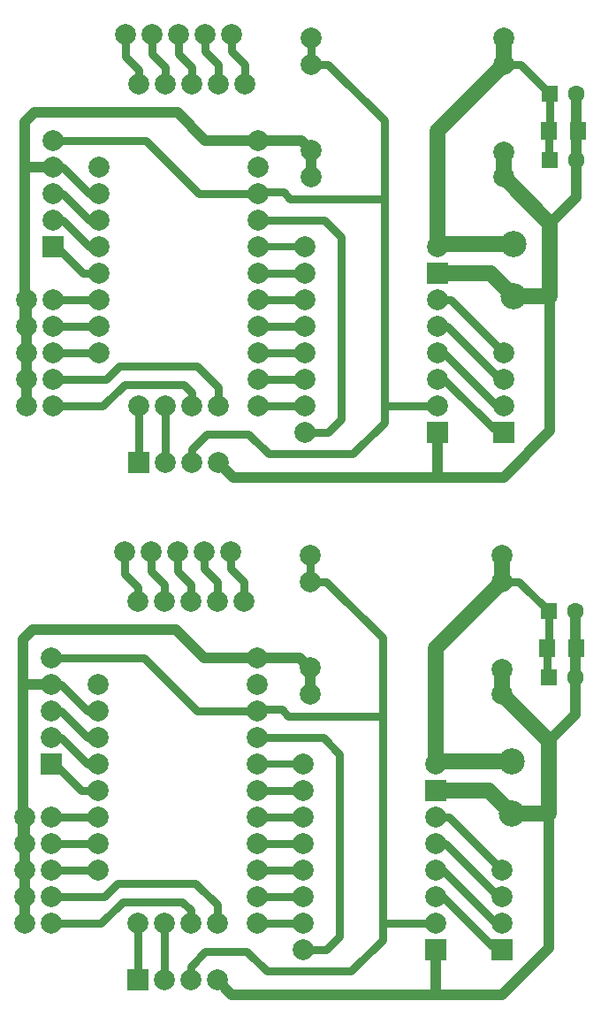
<source format=gbr>
G04 DipTrace 3.3.1.0*
G04 Bottom.gbr*
%MOMM*%
G04 #@! TF.FileFunction,Copper,L2,Bot*
G04 #@! TF.Part,Single*
G04 #@! TA.AperFunction,Conductor*
%ADD13C,0.5*%
%ADD14C,0.75*%
%ADD15C,0.8*%
%ADD16C,0.7*%
%ADD17C,1.0*%
%ADD18C,1.5*%
G04 #@! TA.AperFunction,ComponentPad*
%ADD20C,2.5*%
%ADD24R,1.6X1.6*%
%ADD25C,1.6*%
%ADD28R,1.6X1.8*%
G04 #@! TA.AperFunction,ComponentPad*
%ADD29R,2.0X2.0*%
%ADD30C,2.0*%
%ADD32C,2.0*%
%FSLAX35Y35*%
G04*
G71*
G90*
G75*
G01*
G04 Bottom*
%LPD*%
X1571500Y3413000D2*
D13*
X1603250D1*
D14*
X1857250Y3159000D1*
X2016000D1*
X1571500Y3667000D2*
X1666750D1*
X1920750Y3413000D1*
X2016000D1*
X1571500Y3921000D2*
X1666750D1*
X1920750Y3667000D1*
X2016000D1*
X5889500Y1889000D2*
D15*
X5826000D1*
X5318000Y2397000D1*
X5254620D1*
X5889500Y1635000D2*
X5857750Y1666750D1*
X5794250D1*
X5318000Y2143000D1*
X5254620D1*
X5889500D2*
X5857750D1*
X5349750Y2651000D1*
X5254620D1*
X5889500Y2397000D2*
X5381500Y2905000D1*
X5254620D1*
X3540000Y3667000D2*
D14*
X4175000D1*
X4333750Y3508250D1*
Y1762000D1*
X4206750Y1635000D1*
X3984620D1*
X3540000Y3413000D2*
D16*
X3984620D1*
X3159000Y1349250D2*
D17*
X3301877Y1206373D1*
X5254620D1*
Y1635000D1*
X5984750Y2936750D2*
D18*
X6334000D1*
D17*
Y1650873D1*
X5889500Y1206373D1*
X5254620D1*
Y3159000D2*
D18*
X5762500D1*
X5984750Y2936750D1*
X5889500Y4079750D2*
X6334000Y3635250D1*
Y2936750D1*
D17*
X5984750D1*
X5889500Y4317850D2*
D18*
Y4079750D1*
X6588000Y4873500D2*
D17*
Y4524250D1*
X6603873D1*
X6588000D2*
Y4238500D1*
Y3889250D1*
X6334000Y3635250D1*
X3540000Y3159000D2*
D14*
X3984620D1*
X3540000Y2905000D2*
X3984620D1*
X3540000Y2651000D2*
X3984620D1*
X5984750Y3436750D2*
D18*
X5254620D1*
Y3413000D1*
X5889500Y5413250D2*
Y5159250D1*
X5254620Y4524370D1*
Y3436750D1*
X5889500Y5159250D2*
D13*
D3*
D14*
X6048250D1*
X6334000Y4873500D1*
Y4524250D1*
X6323873D1*
Y4238500D1*
X6334000D1*
X1571500Y2905000D2*
X2016000D1*
X3159000Y1889000D2*
Y2063623D1*
X2952623Y2270000D1*
X2206500D1*
X2079500Y2143000D1*
X1571500D1*
X2905000Y1349250D2*
D15*
Y1476247D1*
X3047877Y1619123D1*
X3444747D1*
X3635247Y1428623D1*
X4444873D1*
X4746500Y1730250D1*
Y1889000D1*
X5254620D1*
X3540000Y3921000D2*
Y3936873D1*
X3778127D1*
X3841627Y3873373D1*
X4746500D1*
Y1889000D1*
X4048000Y5413250D2*
Y5159250D1*
X4206750D1*
X4746500Y4619500D1*
Y3873373D1*
X3540000Y3921000D2*
D14*
X2968500D1*
X2460500Y4429000D1*
X1571500D1*
X2651000Y4968750D2*
Y5127500D1*
X2524000Y5254500D1*
Y5445000D1*
X1587373Y8366000D2*
D13*
X1619123D1*
D14*
X1873123Y8112000D1*
X2031877D1*
X1587373Y8620000D2*
X1682623D1*
X1936623Y8366000D1*
X2031877D1*
X1587373Y8874000D2*
X1682627D1*
X1936627Y8620000D1*
X2031877D1*
X5905373Y6842000D2*
D15*
X5841873D1*
X5333877Y7350000D1*
X5270497D1*
X5905373Y6588000D2*
X5873627Y6619750D1*
X5810127D1*
X5333877Y7096000D1*
X5270497D1*
X5905373D2*
X5873623D1*
X5365627Y7604000D1*
X5270497D1*
X5905373Y7350000D2*
X5397373Y7858000D1*
X5270497D1*
X3555877Y8620000D2*
D14*
X4190873D1*
X4349627Y8461250D1*
Y6715000D1*
X4222623Y6588000D1*
X4000493D1*
X3555877Y8366000D2*
D16*
X4000493D1*
X3174873Y6302250D2*
D17*
X3317753Y6159373D1*
X5270497D1*
Y6588000D1*
X6000627Y7889750D2*
D18*
X6349873D1*
D17*
Y6603873D1*
X5905377Y6159373D1*
X5270497D1*
Y8112000D2*
D18*
X5778377D1*
X6000627Y7889750D1*
X5905377Y9032750D2*
X6349873Y8588250D1*
Y7889750D1*
D17*
X6000627D1*
X5905377Y9270850D2*
D18*
Y9032750D1*
X6603877Y9826500D2*
D17*
Y9477250D1*
X6619747D1*
X6603877D2*
Y9191500D1*
Y8842250D1*
X6349873Y8588250D1*
X3555877Y8112000D2*
D14*
X4000493D1*
X3555877Y7858000D2*
X4000493D1*
X2778000Y5445000D2*
Y5254500D1*
X2905000Y5127500D1*
Y4968750D1*
X3032000Y5445000D2*
Y5286250D1*
X3159000Y5159250D1*
Y4968750D1*
X3286000Y5445000D2*
Y5286250D1*
X3413000Y5159250D1*
Y4968750D1*
X2651000Y1349250D2*
Y1889000D1*
X2397000Y1349250D2*
Y1889000D1*
X3555877Y7604000D2*
X4000493D1*
X6000627Y8389750D2*
D18*
X5270497D1*
Y8366000D1*
X5905377Y10366250D2*
Y10112250D1*
X5270497Y9477370D1*
Y8389750D1*
X5905377Y10112250D2*
D13*
D3*
D14*
X6064123D1*
X6349873Y9826500D1*
Y9477250D1*
X6339750D1*
Y9191500D1*
X6349873D1*
X4048000Y4333750D2*
D17*
X3952750Y4429000D1*
X3540000D1*
X4048000Y4079750D2*
Y4333750D1*
X1317500Y2651000D2*
Y2714500D1*
X1301623D1*
Y4175000D1*
X1571500D1*
X1317500Y2397000D2*
Y2651000D1*
Y2143000D2*
Y2397000D1*
Y1889000D2*
Y2143000D1*
Y2905000D2*
Y2714500D1*
X2016000Y3921000D2*
D14*
X1920750D1*
X1666750Y4175000D1*
X1571500D1*
X3540000Y4429000D2*
D17*
X3031997D1*
X2762123Y4698873D1*
X1396873D1*
X1301623Y4603623D1*
Y4175000D1*
X1571500Y2651000D2*
D14*
X2016000D1*
X1571500Y2397000D2*
X2016000D1*
X2397000Y4968750D2*
Y5105250D1*
X2270000Y5232250D1*
Y5445000D1*
X1587373Y7858000D2*
X2031877D1*
X3174873Y6842000D2*
Y7016623D1*
X2968497Y7223000D1*
X2222377D1*
X2095377Y7096000D1*
X1587373D1*
X2920877Y6302250D2*
D15*
Y6429247D1*
X3063750Y6572123D1*
X3460620D1*
X3651120Y6381623D1*
X4460747D1*
X4762373Y6683250D1*
Y6842000D1*
X5270497D1*
X3555877Y8874000D2*
Y8889873D1*
X3794000D1*
X3857500Y8826373D1*
X4762373D1*
Y6842000D1*
X4063873Y10366250D2*
Y10112250D1*
X4222623D1*
X4762373Y9572500D1*
Y8826373D1*
X3555877Y8874000D2*
D14*
X2984377D1*
X2476373Y9382000D1*
X1587373D1*
X2666877Y9921750D2*
Y10080500D1*
X2539877Y10207500D1*
Y10398000D1*
X1571500Y1889000D2*
X2047753D1*
X2254127Y2095373D1*
X2825627D1*
X2905000Y2016000D1*
Y1889000D1*
X2793877Y10398000D2*
Y10207500D1*
X2920877Y10080500D1*
Y9921750D1*
X3047877Y10398000D2*
Y10239250D1*
X3174873Y10112250D1*
Y9921750D1*
X3301877Y10398000D2*
Y10239250D1*
X3428877Y10112250D1*
Y9921750D1*
X2666877Y6302250D2*
Y6842000D1*
X2412877Y6302250D2*
Y6842000D1*
X2412873D1*
X4063873Y9286750D2*
D17*
X3968623Y9382000D1*
X3555877D1*
X4063873Y9032750D2*
Y9286750D1*
X1333377Y7604000D2*
Y7667500D1*
X1317497D1*
Y9128000D1*
X1587373D1*
X1333377Y7350000D2*
Y7604000D1*
Y7096000D2*
Y7350000D1*
Y6842000D2*
Y7096000D1*
Y7858000D2*
Y7667500D1*
X2031877Y8874000D2*
D14*
X1936623D1*
X1682623Y9128000D1*
X1587373D1*
X3555877Y9382000D2*
D17*
X3047870D1*
X2777997Y9651873D1*
X1412750D1*
X1317497Y9556623D1*
Y9128000D1*
X1587373Y7604000D2*
D14*
X2031877D1*
X1587373Y7350000D2*
X2031877D1*
X2412873Y9921750D2*
Y10058250D1*
X2285877Y10185250D1*
Y10398000D1*
X1587373Y6842000D2*
X2063627D1*
X2270000Y7048373D1*
X2841503D1*
X2920877Y6969000D1*
Y6842000D1*
X3555877Y7350000D2*
X4000493D1*
X3555877Y7096000D2*
X4000493D1*
X3555877Y6842000D2*
X4000493D1*
X3540000Y2397000D2*
X3984620D1*
X3540000Y2143000D2*
X3984620D1*
X3540000Y1889000D2*
X3984620D1*
D20*
X5984750Y2936750D3*
Y3436750D3*
X6000627Y7889750D3*
Y8389750D3*
D24*
X6334000Y4873500D3*
D25*
X6588000D3*
D24*
X6334000Y4238500D3*
D25*
X6588000D3*
D28*
X6603873Y4524250D3*
X6323873D3*
D24*
X6349877Y9826500D3*
D25*
X6603877D3*
D24*
X6349877Y9191500D3*
D25*
X6603877D3*
D28*
X6619750Y9477250D3*
X6339750D3*
D29*
X1571500Y3413000D3*
D32*
Y3667000D3*
Y3921000D3*
Y4175000D3*
Y4429000D3*
D29*
X1587373Y8366000D3*
D32*
Y8620000D3*
Y8874000D3*
Y9128000D3*
Y9382000D3*
X3286000Y5445000D3*
X3032000D3*
X2778000D3*
X2524000D3*
X2270000D3*
X3301877Y10398000D3*
X3047877D3*
X2793877D3*
X2539877D3*
X2285877D3*
D29*
X2397000Y1349250D3*
D32*
X2651000D3*
X2905000D3*
X3159000D3*
D29*
X2412877Y6302250D3*
D32*
X2666877D3*
X2920877D3*
X3174877D3*
X1571500Y1889000D3*
Y2143000D3*
Y2397000D3*
Y2651000D3*
Y2905000D3*
X1317500Y1889000D3*
Y2143000D3*
Y2397000D3*
Y2651000D3*
Y2905000D3*
X1587373Y6842000D3*
Y7096000D3*
Y7350000D3*
Y7604000D3*
Y7858000D3*
X1333377Y6842000D3*
Y7096000D3*
Y7350000D3*
Y7604000D3*
Y7858000D3*
D29*
X5889500Y1635000D3*
D32*
Y1889000D3*
Y2143000D3*
Y2397000D3*
D29*
X5905373Y6588000D3*
D32*
Y6842000D3*
Y7096000D3*
Y7350000D3*
D30*
X5889500Y5413250D3*
Y5159250D3*
X4048000Y5413250D3*
Y5159250D3*
X5889500Y4317850D3*
Y4079750D3*
X4048000Y4333750D3*
Y4079750D3*
D29*
X5254620Y1635000D3*
D32*
X3984620Y3159000D3*
Y2905000D3*
Y2397000D3*
Y2143000D3*
Y1889000D3*
Y1635000D3*
X5254620Y3413000D3*
D29*
Y3159000D3*
D32*
Y2905000D3*
Y2651000D3*
Y2143000D3*
Y1889000D3*
X3984620Y3413000D3*
X5254620Y2397000D3*
X3984620Y2651000D3*
D30*
X5905377Y10366250D3*
Y10112250D3*
X4063873Y10366250D3*
Y10112250D3*
X5905377Y9270850D3*
Y9032750D3*
X4063873Y9286750D3*
Y9032750D3*
D29*
X5270497Y6588000D3*
D32*
X4000493Y8112000D3*
Y7858000D3*
Y7350000D3*
Y7096000D3*
Y6842000D3*
Y6588000D3*
X5270497Y8366000D3*
D29*
Y8112000D3*
D32*
Y7858000D3*
Y7604000D3*
Y7096000D3*
Y6842000D3*
X4000493Y8366000D3*
X5270497Y7350000D3*
X4000493Y7604000D3*
X3555877Y6842000D3*
Y7096000D3*
Y7350000D3*
Y7604000D3*
Y7858000D3*
Y8112000D3*
Y8366000D3*
Y8620000D3*
Y8874000D3*
Y9128000D3*
Y9382000D3*
X3174877Y6842000D3*
X2920877D3*
X2666877D3*
X3174877Y9921750D3*
X2920877D3*
X2412877D3*
X2666877D3*
X3428877D3*
X2031877Y7350000D3*
Y7604000D3*
Y7858000D3*
Y8112000D3*
Y8366000D3*
Y8620000D3*
Y8874000D3*
Y9128000D3*
X2412877Y6842000D3*
X3540000Y1889000D3*
Y2143000D3*
Y2397000D3*
Y2651000D3*
Y2905000D3*
Y3159000D3*
Y3413000D3*
Y3667000D3*
Y3921000D3*
Y4175000D3*
Y4429000D3*
X3159000Y1889000D3*
X2905000D3*
X2651000D3*
X3159000Y4968750D3*
X2905000D3*
X2397000D3*
X2651000D3*
X3413000D3*
X2016000Y2397000D3*
Y2651000D3*
Y2905000D3*
Y3159000D3*
Y3413000D3*
Y3667000D3*
Y3921000D3*
Y4175000D3*
X2397000Y1889000D3*
M02*

</source>
